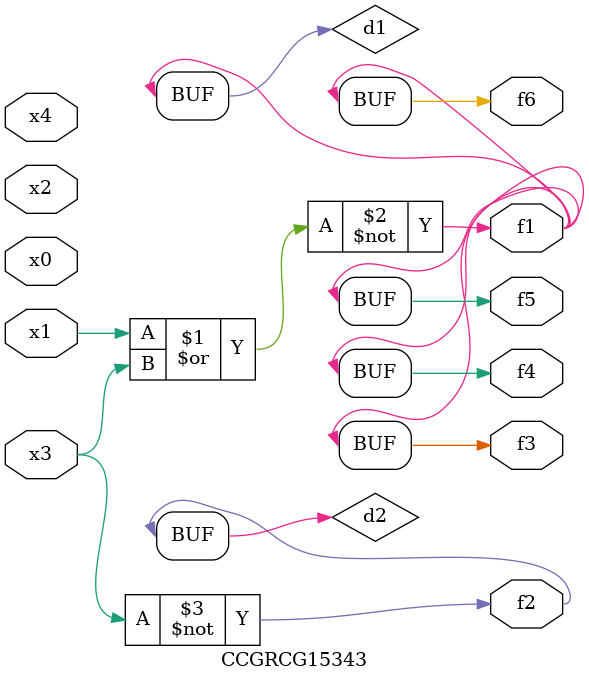
<source format=v>
module CCGRCG15343(
	input x0, x1, x2, x3, x4,
	output f1, f2, f3, f4, f5, f6
);

	wire d1, d2;

	nor (d1, x1, x3);
	not (d2, x3);
	assign f1 = d1;
	assign f2 = d2;
	assign f3 = d1;
	assign f4 = d1;
	assign f5 = d1;
	assign f6 = d1;
endmodule

</source>
